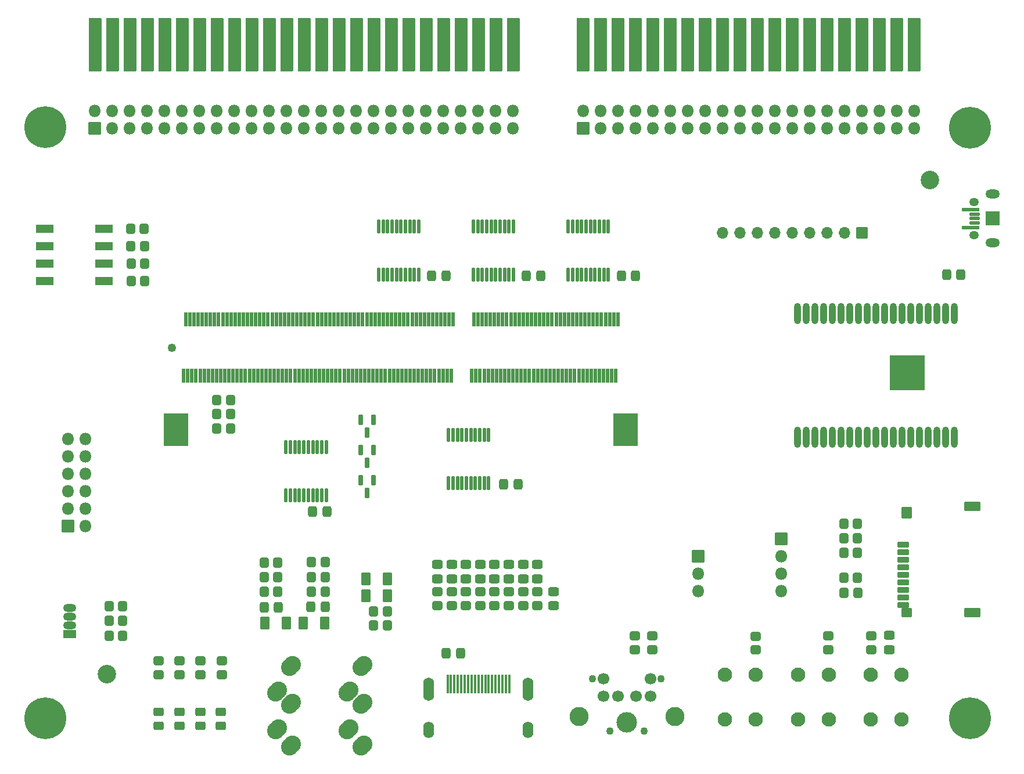
<source format=gbr>
%TF.GenerationSoftware,KiCad,Pcbnew,7.0.10*%
%TF.CreationDate,2024-06-25T20:32:39-07:00*%
%TF.ProjectId,TRS-IO++,5452532d-494f-42b2-9b2e-6b696361645f,rev?*%
%TF.SameCoordinates,Original*%
%TF.FileFunction,Soldermask,Top*%
%TF.FilePolarity,Negative*%
%FSLAX46Y46*%
G04 Gerber Fmt 4.6, Leading zero omitted, Abs format (unit mm)*
G04 Created by KiCad (PCBNEW 7.0.10) date 2024-06-25 20:32:39*
%MOMM*%
%LPD*%
G01*
G04 APERTURE LIST*
G04 Aperture macros list*
%AMRoundRect*
0 Rectangle with rounded corners*
0 $1 Rounding radius*
0 $2 $3 $4 $5 $6 $7 $8 $9 X,Y pos of 4 corners*
0 Add a 4 corners polygon primitive as box body*
4,1,4,$2,$3,$4,$5,$6,$7,$8,$9,$2,$3,0*
0 Add four circle primitives for the rounded corners*
1,1,$1+$1,$2,$3*
1,1,$1+$1,$4,$5*
1,1,$1+$1,$6,$7*
1,1,$1+$1,$8,$9*
0 Add four rect primitives between the rounded corners*
20,1,$1+$1,$2,$3,$4,$5,0*
20,1,$1+$1,$4,$5,$6,$7,0*
20,1,$1+$1,$6,$7,$8,$9,0*
20,1,$1+$1,$8,$9,$2,$3,0*%
%AMHorizOval*
0 Thick line with rounded ends*
0 $1 width*
0 $2 $3 position (X,Y) of the first rounded end (center of the circle)*
0 $4 $5 position (X,Y) of the second rounded end (center of the circle)*
0 Add line between two ends*
20,1,$1,$2,$3,$4,$5,0*
0 Add two circle primitives to create the rounded ends*
1,1,$1,$2,$3*
1,1,$1,$4,$5*%
G04 Aperture macros list end*
%ADD10C,2.100000*%
%ADD11RoundRect,0.270833X0.379167X0.479167X-0.379167X0.479167X-0.379167X-0.479167X0.379167X-0.479167X0*%
%ADD12RoundRect,0.270833X-0.479167X0.379167X-0.479167X-0.379167X0.479167X-0.379167X0.479167X0.379167X0*%
%ADD13RoundRect,0.270833X0.479167X-0.379167X0.479167X0.379167X-0.479167X0.379167X-0.479167X-0.379167X0*%
%ADD14RoundRect,0.050000X-1.220000X-0.560000X1.220000X-0.560000X1.220000X0.560000X-1.220000X0.560000X0*%
%ADD15RoundRect,0.270833X-0.379167X-0.479167X0.379167X-0.479167X0.379167X0.479167X-0.379167X0.479167X0*%
%ADD16RoundRect,0.271739X0.478261X-0.353261X0.478261X0.353261X-0.478261X0.353261X-0.478261X-0.353261X0*%
%ADD17RoundRect,0.271277X-0.366223X-0.503723X0.366223X-0.503723X0.366223X0.503723X-0.366223X0.503723X0*%
%ADD18RoundRect,0.271277X0.366223X0.503723X-0.366223X0.503723X-0.366223X-0.503723X0.366223X-0.503723X0*%
%ADD19C,2.700000*%
%ADD20C,0.900000*%
%ADD21C,6.100000*%
%ADD22RoundRect,0.268868X0.443632X0.681132X-0.443632X0.681132X-0.443632X-0.681132X0.443632X-0.681132X0*%
%ADD23RoundRect,0.271277X-0.503723X0.366223X-0.503723X-0.366223X0.503723X-0.366223X0.503723X0.366223X0*%
%ADD24RoundRect,0.050000X0.850000X-0.850000X0.850000X0.850000X-0.850000X0.850000X-0.850000X-0.850000X0*%
%ADD25O,1.800000X1.800000*%
%ADD26HorizOval,2.500000X-0.212132X-0.212132X0.212132X0.212132X0*%
%ADD27RoundRect,0.175000X-0.175000X0.612500X-0.175000X-0.612500X0.175000X-0.612500X0.175000X0.612500X0*%
%ADD28RoundRect,0.050000X-0.140000X1.300000X-0.140000X-1.300000X0.140000X-1.300000X0.140000X1.300000X0*%
%ADD29O,1.600000X3.400000*%
%ADD30O,1.600000X2.400000*%
%ADD31RoundRect,0.050000X0.800000X-0.350000X0.800000X0.350000X-0.800000X0.350000X-0.800000X-0.350000X0*%
%ADD32RoundRect,0.050000X0.700000X-0.800000X0.700000X0.800000X-0.700000X0.800000X-0.700000X-0.800000X0*%
%ADD33RoundRect,0.050000X1.100000X-0.600000X1.100000X0.600000X-1.100000X0.600000X-1.100000X-0.600000X0*%
%ADD34RoundRect,0.050000X0.700000X-0.600000X0.700000X0.600000X-0.700000X0.600000X-0.700000X-0.600000X0*%
%ADD35RoundRect,0.050000X-0.850000X-0.850000X0.850000X-0.850000X0.850000X0.850000X-0.850000X0.850000X0*%
%ADD36RoundRect,0.050000X0.850000X0.850000X-0.850000X0.850000X-0.850000X-0.850000X0.850000X-0.850000X0*%
%ADD37RoundRect,0.125000X-0.125000X0.875000X-0.125000X-0.875000X0.125000X-0.875000X0.125000X0.875000X0*%
%ADD38O,1.000000X3.100000*%
%ADD39RoundRect,0.050000X-2.500000X2.500000X-2.500000X-2.500000X2.500000X-2.500000X2.500000X2.500000X0*%
%ADD40RoundRect,0.271277X0.503723X-0.366223X0.503723X0.366223X-0.503723X0.366223X-0.503723X-0.366223X0*%
%ADD41O,2.100000X1.300000*%
%ADD42O,1.400000X1.200000*%
%ADD43RoundRect,0.050000X1.000000X-1.000000X1.000000X1.000000X-1.000000X1.000000X-1.000000X-1.000000X0*%
%ADD44RoundRect,0.050000X1.250000X-0.200000X1.250000X0.200000X-1.250000X0.200000X-1.250000X-0.200000X0*%
%ADD45RoundRect,0.050000X0.675000X-0.200000X0.675000X0.200000X-0.675000X0.200000X-0.675000X-0.200000X0*%
%ADD46RoundRect,0.050000X0.800000X0.800000X-0.800000X0.800000X-0.800000X-0.800000X0.800000X-0.800000X0*%
%ADD47O,1.700000X1.700000*%
%ADD48RoundRect,0.268868X-0.443632X-0.681132X0.443632X-0.681132X0.443632X0.681132X-0.443632X0.681132X0*%
%ADD49RoundRect,0.050000X0.889000X3.810000X-0.889000X3.810000X-0.889000X-3.810000X0.889000X-3.810000X0*%
%ADD50RoundRect,0.050000X-0.889000X-3.810000X0.889000X-3.810000X0.889000X3.810000X-0.889000X3.810000X0*%
%ADD51RoundRect,0.050000X0.900000X-0.535000X0.900000X0.535000X-0.900000X0.535000X-0.900000X-0.535000X0*%
%ADD52O,1.900000X1.170000*%
%ADD53C,1.700000*%
%ADD54C,1.100000*%
%ADD55C,3.000000*%
%ADD56C,2.800000*%
%ADD57C,1.250000*%
%ADD58RoundRect,0.050000X-0.175000X-1.000000X0.175000X-1.000000X0.175000X1.000000X-0.175000X1.000000X0*%
%ADD59RoundRect,0.050000X-1.750000X2.300000X-1.750000X-2.300000X1.750000X-2.300000X1.750000X2.300000X0*%
G04 APERTURE END LIST*
D10*
%TO.C,SW4*%
X165100000Y-141629200D03*
X165100000Y-135129200D03*
X169600000Y-141629200D03*
X169600000Y-135129200D03*
%TD*%
D11*
%TO.C,R33*%
X80435500Y-70104000D03*
X78435500Y-70104000D03*
%TD*%
D12*
%TO.C,R39*%
X88662232Y-133112000D03*
X88662232Y-135112000D03*
%TD*%
D13*
%TO.C,R8*%
X129413000Y-125023800D03*
X129413000Y-123023800D03*
%TD*%
D12*
%TO.C,R40*%
X91723300Y-133112000D03*
X91723300Y-135112000D03*
%TD*%
D14*
%TO.C,SW3*%
X65935700Y-70104000D03*
X65935700Y-72644000D03*
X65935700Y-75184000D03*
X65935700Y-77724000D03*
X74545700Y-77724000D03*
X74545700Y-75184000D03*
X74545700Y-72644000D03*
X74545700Y-70104000D03*
%TD*%
D15*
%TO.C,R29*%
X90998800Y-95046800D03*
X92998800Y-95046800D03*
%TD*%
D16*
%TO.C,D3*%
X85570866Y-142569800D03*
X85570866Y-140519800D03*
%TD*%
D17*
%TO.C,C13*%
X97920900Y-125272800D03*
X99995900Y-125272800D03*
%TD*%
D18*
%TO.C,C16*%
X134919850Y-107340400D03*
X132844850Y-107340400D03*
%TD*%
D13*
%TO.C,R10*%
X125247400Y-125023800D03*
X125247400Y-123023800D03*
%TD*%
D11*
%TO.C,R35*%
X80537100Y-75184000D03*
X78537100Y-75184000D03*
%TD*%
D16*
%TO.C,D2*%
X82539800Y-142569800D03*
X82539800Y-140519800D03*
%TD*%
D13*
%TO.C,R7*%
X131495800Y-125023800D03*
X131495800Y-123023800D03*
%TD*%
D12*
%TO.C,R14*%
X169570400Y-129505200D03*
X169570400Y-131505200D03*
%TD*%
D19*
%TO.C,H5*%
X75000000Y-135000000D03*
%TD*%
D20*
%TO.C,H3*%
X198546700Y-141478000D03*
X199205710Y-139887010D03*
X199205710Y-143068990D03*
X200796700Y-139228000D03*
D21*
X200796700Y-141478000D03*
D20*
X200796700Y-143728000D03*
X202387690Y-139887010D03*
X202387690Y-143068990D03*
X203046700Y-141478000D03*
%TD*%
D15*
%TO.C,R16*%
X182423100Y-120967500D03*
X184423100Y-120967500D03*
%TD*%
D22*
%TO.C,C12*%
X115876699Y-121167999D03*
X112751699Y-121167999D03*
%TD*%
D23*
%TO.C,C6*%
X127330200Y-119049300D03*
X127330200Y-121124300D03*
%TD*%
D11*
%TO.C,R34*%
X80486300Y-72644000D03*
X78486300Y-72644000D03*
%TD*%
%TO.C,R2*%
X77301600Y-125120400D03*
X75301600Y-125120400D03*
%TD*%
D23*
%TO.C,C4*%
X131495800Y-119049300D03*
X131495800Y-121124300D03*
%TD*%
D13*
%TO.C,R31*%
X154533600Y-131462400D03*
X154533600Y-129462400D03*
%TD*%
D23*
%TO.C,C3*%
X133578600Y-119049300D03*
X133578600Y-121124300D03*
%TD*%
%TO.C,C7*%
X125247400Y-119049300D03*
X125247400Y-121124300D03*
%TD*%
D20*
%TO.C,H2*%
X198546700Y-55321200D03*
X199205710Y-53730210D03*
X199205710Y-56912190D03*
X200796700Y-53071200D03*
D21*
X200796700Y-55321200D03*
D20*
X200796700Y-57571200D03*
X202387690Y-53730210D03*
X202387690Y-56912190D03*
X203046700Y-55321200D03*
%TD*%
D15*
%TO.C,R25*%
X104816400Y-120889800D03*
X106816400Y-120889800D03*
%TD*%
D11*
%TO.C,R27*%
X106816400Y-122986800D03*
X104816400Y-122986800D03*
%TD*%
D23*
%TO.C,C1*%
X137744200Y-119049300D03*
X137744200Y-121124300D03*
%TD*%
D10*
%TO.C,SW2*%
X175727350Y-141629200D03*
X175727350Y-135129200D03*
X180227350Y-141629200D03*
X180227350Y-135129200D03*
%TD*%
D24*
%TO.C,J2*%
X144413700Y-55422800D03*
D25*
X144413700Y-52882800D03*
X146953700Y-55422800D03*
X146953700Y-52882800D03*
X149493700Y-55422800D03*
X149493700Y-52882800D03*
X152033700Y-55422800D03*
X152033700Y-52882800D03*
X154573700Y-55422800D03*
X154573700Y-52882800D03*
X157113700Y-55422800D03*
X157113700Y-52882800D03*
X159653700Y-55422800D03*
X159653700Y-52882800D03*
X162193700Y-55422800D03*
X162193700Y-52882800D03*
X164733700Y-55422800D03*
X164733700Y-52882800D03*
X167273700Y-55422800D03*
X167273700Y-52882800D03*
X169813700Y-55422800D03*
X169813700Y-52882800D03*
X172353700Y-55422800D03*
X172353700Y-52882800D03*
X174893700Y-55422800D03*
X174893700Y-52882800D03*
X177433700Y-55422800D03*
X177433700Y-52882800D03*
X179973700Y-55422800D03*
X179973700Y-52882800D03*
X182513700Y-55422800D03*
X182513700Y-52882800D03*
X185053700Y-55422800D03*
X185053700Y-52882800D03*
X187593700Y-55422800D03*
X187593700Y-52882800D03*
X190133700Y-55422800D03*
X190133700Y-52882800D03*
X192673700Y-55422800D03*
X192673700Y-52882800D03*
%TD*%
D26*
%TO.C,J10*%
X110217200Y-137540400D03*
X112217200Y-139340400D03*
X112217200Y-145440400D03*
X110217200Y-143040400D03*
X112217200Y-133840400D03*
%TD*%
D18*
%TO.C,C19*%
X124415000Y-76962000D03*
X122340000Y-76962000D03*
%TD*%
D23*
%TO.C,C8*%
X123164600Y-119049300D03*
X123164600Y-121124300D03*
%TD*%
D17*
%TO.C,C23*%
X124463900Y-131961300D03*
X126538900Y-131961300D03*
%TD*%
D27*
%TO.C,Q3*%
X113878400Y-97919300D03*
X111978400Y-97919300D03*
X112928400Y-99794300D03*
%TD*%
D28*
%TO.C,J7*%
X133659000Y-136468600D03*
X133159000Y-136468600D03*
X132659000Y-136468600D03*
X132159000Y-136468600D03*
X131659000Y-136468600D03*
X131159000Y-136468600D03*
X130659000Y-136468600D03*
X130159000Y-136468600D03*
X129659000Y-136468600D03*
X129159000Y-136468600D03*
X128659000Y-136468600D03*
X128159000Y-136468600D03*
X127659000Y-136468600D03*
X127159000Y-136468600D03*
X126659000Y-136468600D03*
X126159000Y-136468600D03*
X125659000Y-136468600D03*
X125159000Y-136468600D03*
X124659000Y-136468600D03*
D29*
X136409000Y-137228600D03*
X121909000Y-137228600D03*
D30*
X136409000Y-143188600D03*
X121909000Y-143188600D03*
%TD*%
D11*
%TO.C,R20*%
X99907600Y-120904000D03*
X97907600Y-120904000D03*
%TD*%
D31*
%TO.C,J9*%
X191070000Y-116113200D03*
X191070000Y-117213200D03*
X191070000Y-118313200D03*
X191070000Y-119413200D03*
X191070000Y-120513200D03*
X191070000Y-121613200D03*
X191070000Y-122713200D03*
X191070000Y-123813200D03*
X191070000Y-124913200D03*
D32*
X191570000Y-111463200D03*
D33*
X201170000Y-110563200D03*
X201170000Y-126063200D03*
D34*
X191570000Y-126063200D03*
%TD*%
D23*
%TO.C,C9*%
X189026800Y-129366100D03*
X189026800Y-131441100D03*
%TD*%
D11*
%TO.C,R36*%
X80537100Y-77724000D03*
X78537100Y-77724000D03*
%TD*%
D35*
%TO.C,J8*%
X173255166Y-115265199D03*
D25*
X173255166Y-117805199D03*
X173255166Y-120345199D03*
X173255166Y-122885199D03*
%TD*%
D15*
%TO.C,R17*%
X182423100Y-115214400D03*
X184423100Y-115214400D03*
%TD*%
%TO.C,R26*%
X90998800Y-99212400D03*
X92998800Y-99212400D03*
%TD*%
D27*
%TO.C,Q4*%
X113878400Y-102338900D03*
X111978400Y-102338900D03*
X112928400Y-104213900D03*
%TD*%
D10*
%TO.C,SW1*%
X186354700Y-141629200D03*
X186354700Y-135129200D03*
X190854700Y-141629200D03*
X190854700Y-135129200D03*
%TD*%
D13*
%TO.C,R32*%
X151993600Y-131462400D03*
X151993600Y-129462400D03*
%TD*%
D36*
%TO.C,J5*%
X69322000Y-113411400D03*
D25*
X71862000Y-113411400D03*
X69322000Y-110871400D03*
X71862000Y-110871400D03*
X69322000Y-108331400D03*
X71862000Y-108331400D03*
X69322000Y-105791400D03*
X71862000Y-105791400D03*
X69322000Y-103251400D03*
X71862000Y-103251400D03*
X69322000Y-100711400D03*
X71862000Y-100711400D03*
%TD*%
D15*
%TO.C,R18*%
X182423100Y-113080800D03*
X184423100Y-113080800D03*
%TD*%
%TO.C,R19*%
X182438800Y-123139200D03*
X184438800Y-123139200D03*
%TD*%
D11*
%TO.C,R1*%
X77301600Y-129438400D03*
X75301600Y-129438400D03*
%TD*%
D37*
%TO.C,U3*%
X148095700Y-69753600D03*
X147445700Y-69753600D03*
X146795700Y-69753600D03*
X146145700Y-69753600D03*
X145495700Y-69753600D03*
X144845700Y-69753600D03*
X144195700Y-69753600D03*
X143545700Y-69753600D03*
X142895700Y-69753600D03*
X142245700Y-69753600D03*
X142245700Y-76753600D03*
X142895700Y-76753600D03*
X143545700Y-76753600D03*
X144195700Y-76753600D03*
X144845700Y-76753600D03*
X145495700Y-76753600D03*
X146145700Y-76753600D03*
X146795700Y-76753600D03*
X147445700Y-76753600D03*
X148095700Y-76753600D03*
%TD*%
D26*
%TO.C,J6*%
X99803200Y-137540400D03*
X101803200Y-139340400D03*
X101803200Y-145440400D03*
X99803200Y-143040400D03*
X101803200Y-133840400D03*
%TD*%
D16*
%TO.C,D4*%
X88601932Y-142569800D03*
X88601932Y-140519800D03*
%TD*%
D37*
%TO.C,U4*%
X130660550Y-100132000D03*
X130010550Y-100132000D03*
X129360550Y-100132000D03*
X128710550Y-100132000D03*
X128060550Y-100132000D03*
X127410550Y-100132000D03*
X126760550Y-100132000D03*
X126110550Y-100132000D03*
X125460550Y-100132000D03*
X124810550Y-100132000D03*
X124810550Y-107132000D03*
X125460550Y-107132000D03*
X126110550Y-107132000D03*
X126760550Y-107132000D03*
X127410550Y-107132000D03*
X128060550Y-107132000D03*
X128710550Y-107132000D03*
X129360550Y-107132000D03*
X130010550Y-107132000D03*
X130660550Y-107132000D03*
%TD*%
D38*
%TO.C,U1*%
X198565900Y-82490800D03*
X197295900Y-82490800D03*
X196025900Y-82490800D03*
X194755900Y-82490800D03*
X193485900Y-82490800D03*
X192215900Y-82490800D03*
X190945900Y-82490800D03*
X189675900Y-82490800D03*
X188405900Y-82490800D03*
X187135900Y-82490800D03*
X185865900Y-82490800D03*
X184595900Y-82490800D03*
X183325900Y-82490800D03*
X182055900Y-82490800D03*
X180755900Y-82490800D03*
X179485900Y-82490800D03*
X178215900Y-82490800D03*
X176945900Y-82490800D03*
X175675900Y-82490800D03*
X175675900Y-100490800D03*
X176945900Y-100490800D03*
X178215900Y-100490800D03*
X179485900Y-100490800D03*
X180755900Y-100490800D03*
X182055900Y-100520800D03*
X183325900Y-100520800D03*
X184595900Y-100520800D03*
X185865900Y-100520800D03*
X187135900Y-100520800D03*
X188405900Y-100520800D03*
X189675900Y-100520800D03*
X190945900Y-100520800D03*
X192215900Y-100520800D03*
X193485900Y-100520800D03*
X194755900Y-100520800D03*
X196025900Y-100520800D03*
X197295900Y-100520800D03*
X198565900Y-100520800D03*
D20*
X193655900Y-89090800D03*
X192655900Y-89090800D03*
X191655900Y-89090800D03*
X190655900Y-89090800D03*
X189655900Y-89090800D03*
X193655900Y-90090800D03*
X192655900Y-90090800D03*
X191655900Y-90090800D03*
X190655900Y-90090800D03*
X189655900Y-90090800D03*
X193655900Y-91090800D03*
X192655900Y-91090800D03*
X191655900Y-91090800D03*
D39*
X191645900Y-91090800D03*
D20*
X190655900Y-91090800D03*
X189655900Y-91090800D03*
X193655900Y-92090800D03*
X192655900Y-92090800D03*
X191655900Y-92090800D03*
X190655900Y-92090800D03*
X189655900Y-92090800D03*
X193655900Y-93090800D03*
X192655900Y-93090800D03*
X191655900Y-93090800D03*
X190655900Y-93090800D03*
X189655900Y-93090800D03*
%TD*%
D40*
%TO.C,C21*%
X140106400Y-125061300D03*
X140106400Y-122986300D03*
%TD*%
D12*
%TO.C,R30*%
X180171900Y-129454400D03*
X180171900Y-131454400D03*
%TD*%
D20*
%TO.C,H1*%
X63774300Y-55270400D03*
X64433310Y-53679410D03*
X64433310Y-56861390D03*
X66024300Y-53020400D03*
D21*
X66024300Y-55270400D03*
D20*
X66024300Y-57520400D03*
X67615290Y-53679410D03*
X67615290Y-56861390D03*
X68274300Y-55270400D03*
%TD*%
D15*
%TO.C,R13*%
X97907600Y-118770400D03*
X99907600Y-118770400D03*
%TD*%
D27*
%TO.C,Q5*%
X113878400Y-106758500D03*
X111978400Y-106758500D03*
X112928400Y-108633500D03*
%TD*%
D23*
%TO.C,C5*%
X129413000Y-119049300D03*
X129413000Y-121124300D03*
%TD*%
D12*
%TO.C,R12*%
X186436000Y-129454400D03*
X186436000Y-131454400D03*
%TD*%
D11*
%TO.C,R22*%
X115874800Y-125841599D03*
X113874800Y-125841599D03*
%TD*%
D18*
%TO.C,C15*%
X106803100Y-125222000D03*
X104728100Y-125222000D03*
%TD*%
D41*
%TO.C,J12*%
X204124000Y-72155000D03*
D42*
X201374000Y-71005000D03*
D43*
X204124000Y-68580000D03*
D42*
X201374000Y-66155000D03*
D41*
X204124000Y-65005000D03*
D44*
X200872800Y-69880000D03*
D45*
X201449000Y-69230000D03*
X201449000Y-68580000D03*
X201449000Y-67930000D03*
D44*
X200872800Y-67280000D03*
%TD*%
D18*
%TO.C,C11*%
X152050200Y-76962000D03*
X149975200Y-76962000D03*
%TD*%
D15*
%TO.C,R28*%
X90998800Y-97129600D03*
X92998800Y-97129600D03*
%TD*%
D46*
%TO.C,RN1*%
X185028600Y-70713600D03*
D47*
X182488600Y-70713600D03*
X179948600Y-70713600D03*
X177408600Y-70713600D03*
X174868600Y-70713600D03*
X172328600Y-70713600D03*
X169788600Y-70713600D03*
X167248600Y-70713600D03*
X164708600Y-70713600D03*
%TD*%
D48*
%TO.C,C20*%
X103644300Y-127609600D03*
X106769300Y-127609600D03*
%TD*%
D13*
%TO.C,R4*%
X137744200Y-125023800D03*
X137744200Y-123023800D03*
%TD*%
D18*
%TO.C,C24*%
X199497400Y-76758800D03*
X197422400Y-76758800D03*
%TD*%
D12*
%TO.C,R38*%
X85601166Y-133112000D03*
X85601166Y-135112000D03*
%TD*%
D49*
%TO.C,J4*%
X144408700Y-43281600D03*
X146948700Y-43281600D03*
X149488700Y-43281600D03*
X152028700Y-43281600D03*
X154568700Y-43281600D03*
X157108700Y-43281600D03*
X159648700Y-43281600D03*
X162188700Y-43281600D03*
X164728700Y-43281600D03*
X167268700Y-43281600D03*
X169808700Y-43281600D03*
X172348700Y-43281600D03*
X174888700Y-43281600D03*
X177428700Y-43281600D03*
X179968700Y-43281600D03*
X182508700Y-43281600D03*
X185048700Y-43281600D03*
X187588700Y-43281600D03*
X190128700Y-43281600D03*
X192668700Y-43281600D03*
%TD*%
D50*
%TO.C,J3*%
X73263300Y-43281600D03*
X75803300Y-43281600D03*
X78343300Y-43281600D03*
X80883300Y-43281600D03*
X83423300Y-43281600D03*
X85963300Y-43281600D03*
X88503300Y-43281600D03*
X91043300Y-43281600D03*
X93583300Y-43281600D03*
X96123300Y-43281600D03*
X98663300Y-43281600D03*
X101203300Y-43281600D03*
X103743300Y-43281600D03*
X106283300Y-43281600D03*
X108823300Y-43281600D03*
X111363300Y-43281600D03*
X113903300Y-43281600D03*
X116443300Y-43281600D03*
X118983300Y-43281600D03*
X121523300Y-43281600D03*
X124063300Y-43281600D03*
X126603300Y-43281600D03*
X129143300Y-43281600D03*
X131683300Y-43281600D03*
X134223300Y-43281600D03*
%TD*%
D15*
%TO.C,R23*%
X97907600Y-123037600D03*
X99907600Y-123037600D03*
%TD*%
D37*
%TO.C,U2*%
X134278100Y-69753600D03*
X133628100Y-69753600D03*
X132978100Y-69753600D03*
X132328100Y-69753600D03*
X131678100Y-69753600D03*
X131028100Y-69753600D03*
X130378100Y-69753600D03*
X129728100Y-69753600D03*
X129078100Y-69753600D03*
X128428100Y-69753600D03*
X128428100Y-76753600D03*
X129078100Y-76753600D03*
X129728100Y-76753600D03*
X130378100Y-76753600D03*
X131028100Y-76753600D03*
X131678100Y-76753600D03*
X132328100Y-76753600D03*
X132978100Y-76753600D03*
X133628100Y-76753600D03*
X134278100Y-76753600D03*
%TD*%
D23*
%TO.C,C2*%
X135661400Y-119049300D03*
X135661400Y-121124300D03*
%TD*%
D51*
%TO.C,D1*%
X69543200Y-129156000D03*
D52*
X69543200Y-127886000D03*
X69543200Y-126616000D03*
X69543200Y-125346000D03*
%TD*%
D53*
%TO.C,J11*%
X152109500Y-138232700D03*
X149509500Y-138232700D03*
X154209500Y-138232700D03*
X147409500Y-138232700D03*
X154209500Y-135732700D03*
X147409500Y-135732700D03*
D54*
X153309500Y-143332700D03*
X148309500Y-143332700D03*
X155809500Y-135732700D03*
X145809500Y-135732700D03*
D55*
X150809500Y-142032700D03*
D56*
X157809500Y-141232700D03*
X143809500Y-141232700D03*
%TD*%
D57*
%TO.C,Conn1*%
X84440300Y-87422900D03*
D58*
X149490300Y-83322900D03*
X149190300Y-91522900D03*
X148890300Y-83322900D03*
X148590300Y-91522900D03*
X148290300Y-83322900D03*
X147990300Y-91522900D03*
X147690300Y-83322900D03*
X147390300Y-91522900D03*
X147090300Y-83322900D03*
X146790300Y-91522900D03*
X146490300Y-83322900D03*
X146190300Y-91522900D03*
X145890300Y-83322900D03*
X145590300Y-91522900D03*
X145290300Y-83322900D03*
X144990300Y-91522900D03*
X144690300Y-83322900D03*
X144390300Y-91522900D03*
X144090300Y-83322900D03*
X143790300Y-91522900D03*
X143490300Y-83322900D03*
X143190300Y-91522900D03*
X142890300Y-83322900D03*
X142590300Y-91522900D03*
X142290300Y-83322900D03*
X141990300Y-91522900D03*
X141690300Y-83322900D03*
X141390300Y-91522900D03*
X141090300Y-83322900D03*
X140790300Y-91522900D03*
X140490300Y-83322900D03*
X140190300Y-91522900D03*
X139890300Y-83322900D03*
X139590300Y-91522900D03*
X139290300Y-83322900D03*
X138990300Y-91522900D03*
X138690300Y-83322900D03*
X138390300Y-91522900D03*
X138090300Y-83322900D03*
X137790300Y-91522900D03*
X137490300Y-83322900D03*
X137190300Y-91522900D03*
X136890300Y-83322900D03*
X136590300Y-91522900D03*
X136290300Y-83322900D03*
X135990300Y-91522900D03*
X135690300Y-83322900D03*
X135390300Y-91522900D03*
X135090300Y-83322900D03*
X134790300Y-91522900D03*
X134490300Y-83322900D03*
X134190300Y-91522900D03*
X133890300Y-83322900D03*
X133590300Y-91522900D03*
X133290300Y-83322900D03*
X132990300Y-91522900D03*
X132690300Y-83322900D03*
X132390300Y-91522900D03*
X132090300Y-83322900D03*
X131790300Y-91522900D03*
X131490300Y-83322900D03*
X131190300Y-91522900D03*
X130890300Y-83322900D03*
X130590300Y-91522900D03*
X130290300Y-83322900D03*
X129990300Y-91522900D03*
X129690300Y-83322900D03*
X129390300Y-91522900D03*
X129090300Y-83322900D03*
X128790300Y-91522900D03*
X128490300Y-83322900D03*
X128190300Y-91522900D03*
X125490300Y-83322900D03*
X125190300Y-91522900D03*
X124890300Y-83322900D03*
X124590300Y-91522900D03*
X124290300Y-83322900D03*
X123990300Y-91522900D03*
X123690300Y-83322900D03*
X123390300Y-91522900D03*
X123090300Y-83322900D03*
X122790300Y-91522900D03*
X122490300Y-83322900D03*
X122190300Y-91522900D03*
X121890300Y-83322900D03*
X121590300Y-91522900D03*
X121290300Y-83322900D03*
X120990300Y-91522900D03*
X120690300Y-83322900D03*
X120390300Y-91522900D03*
X120090300Y-83322900D03*
X119790300Y-91522900D03*
X119490300Y-83322900D03*
X119190300Y-91522900D03*
X118890300Y-83322900D03*
X118590300Y-91522900D03*
X118290300Y-83322900D03*
X117990300Y-91522900D03*
X117690300Y-83322900D03*
X117390300Y-91522900D03*
X117090300Y-83322900D03*
X116790300Y-91522900D03*
X116490300Y-83322900D03*
X116190300Y-91522900D03*
X115890300Y-83322900D03*
X115590300Y-91522900D03*
X115290300Y-83322900D03*
X114990300Y-91522900D03*
X114690300Y-83322900D03*
X114390300Y-91522900D03*
X114090300Y-83322900D03*
X113790300Y-91522900D03*
X113490300Y-83322900D03*
X113190300Y-91522900D03*
X112890300Y-83322900D03*
X112590300Y-91522900D03*
X112290300Y-83322900D03*
X111990300Y-91522900D03*
X111690300Y-83322900D03*
X111390300Y-91522900D03*
X111090300Y-83322900D03*
X110790300Y-91522900D03*
X110490300Y-83322900D03*
X110190300Y-91522900D03*
X109890300Y-83322900D03*
X109590300Y-91522900D03*
X109290300Y-83322900D03*
X108990300Y-91522900D03*
X108690300Y-83322900D03*
X108390300Y-91522900D03*
X108090300Y-83322900D03*
X107790300Y-91522900D03*
X107490300Y-83322900D03*
X107190300Y-91522900D03*
X106890300Y-83322900D03*
X106590300Y-91522900D03*
X106290300Y-83322900D03*
X105990300Y-91522900D03*
X105690300Y-83322900D03*
X105390300Y-91522900D03*
X105090300Y-83322900D03*
X104790300Y-91522900D03*
X104490300Y-83322900D03*
X104190300Y-91522900D03*
X103890300Y-83322900D03*
X103590300Y-91522900D03*
X103290300Y-83322900D03*
X102990300Y-91522900D03*
X102690300Y-83322900D03*
X102390300Y-91522900D03*
X102090300Y-83322900D03*
X101790300Y-91522900D03*
X101490300Y-83322900D03*
X101190300Y-91522900D03*
X100890300Y-83322900D03*
X100590300Y-91522900D03*
X100290300Y-83322900D03*
X99990300Y-91522900D03*
X99690300Y-83322900D03*
X99390300Y-91522900D03*
X99090300Y-83322900D03*
X98790300Y-91522900D03*
X98490300Y-83322900D03*
X98190300Y-91522900D03*
X97890300Y-83322900D03*
X97590300Y-91522900D03*
X97290300Y-83322900D03*
X96990300Y-91522900D03*
X96690300Y-83322900D03*
X96390300Y-91522900D03*
X96090300Y-83322900D03*
X95790300Y-91522900D03*
X95490300Y-83322900D03*
X95190300Y-91522900D03*
X94890300Y-83322900D03*
X94590300Y-91522900D03*
X94290300Y-83322900D03*
X93990300Y-91522900D03*
X93690300Y-83322900D03*
X93390300Y-91522900D03*
X93090300Y-83322900D03*
X92790300Y-91522900D03*
X92490300Y-83322900D03*
X92190300Y-91522900D03*
X91890300Y-83322900D03*
X91590300Y-91522900D03*
X91290300Y-83322900D03*
X90990300Y-91522900D03*
X90690300Y-83322900D03*
X90390300Y-91522900D03*
X90090300Y-83322900D03*
X89790300Y-91522900D03*
X89490300Y-83322900D03*
X89190300Y-91522900D03*
X88890300Y-83322900D03*
X88590300Y-91522900D03*
X88290300Y-83322900D03*
X87990300Y-91522900D03*
X87690300Y-83322900D03*
X87390300Y-91522900D03*
X87090300Y-83322900D03*
X86790300Y-91522900D03*
X86490300Y-83322900D03*
X86190300Y-91522900D03*
D59*
X150640300Y-99422900D03*
X85040300Y-99422900D03*
%TD*%
D12*
%TO.C,R37*%
X82540100Y-133112000D03*
X82540100Y-135112000D03*
%TD*%
D13*
%TO.C,R5*%
X135661400Y-125023800D03*
X135661400Y-123023800D03*
%TD*%
D11*
%TO.C,R24*%
X106816400Y-118719600D03*
X104816400Y-118719600D03*
%TD*%
D22*
%TO.C,C17*%
X101130500Y-127609600D03*
X98005500Y-127609600D03*
%TD*%
D11*
%TO.C,R3*%
X77301600Y-127254000D03*
X75301600Y-127254000D03*
%TD*%
D24*
%TO.C,J1*%
X73237900Y-55422800D03*
D25*
X73237900Y-52882800D03*
X75777900Y-55422800D03*
X75777900Y-52882800D03*
X78317900Y-55422800D03*
X78317900Y-52882800D03*
X80857900Y-55422800D03*
X80857900Y-52882800D03*
X83397900Y-55422800D03*
X83397900Y-52882800D03*
X85937900Y-55422800D03*
X85937900Y-52882800D03*
X88477900Y-55422800D03*
X88477900Y-52882800D03*
X91017900Y-55422800D03*
X91017900Y-52882800D03*
X93557900Y-55422800D03*
X93557900Y-52882800D03*
X96097900Y-55422800D03*
X96097900Y-52882800D03*
X98637900Y-55422800D03*
X98637900Y-52882800D03*
X101177900Y-55422800D03*
X101177900Y-52882800D03*
X103717900Y-55422800D03*
X103717900Y-52882800D03*
X106257900Y-55422800D03*
X106257900Y-52882800D03*
X108797900Y-55422800D03*
X108797900Y-52882800D03*
X111337900Y-55422800D03*
X111337900Y-52882800D03*
X113877900Y-55422800D03*
X113877900Y-52882800D03*
X116417900Y-55422800D03*
X116417900Y-52882800D03*
X118957900Y-55422800D03*
X118957900Y-52882800D03*
X121497900Y-55422800D03*
X121497900Y-52882800D03*
X124037900Y-55422800D03*
X124037900Y-52882800D03*
X126577900Y-55422800D03*
X126577900Y-52882800D03*
X129117900Y-55422800D03*
X129117900Y-52882800D03*
X131657900Y-55422800D03*
X131657900Y-52882800D03*
X134197900Y-55422800D03*
X134197900Y-52882800D03*
%TD*%
D19*
%TO.C,H6*%
X195000000Y-63000000D03*
%TD*%
D16*
%TO.C,D5*%
X91633000Y-142569800D03*
X91633000Y-140519800D03*
%TD*%
D13*
%TO.C,R11*%
X123164600Y-125023800D03*
X123164600Y-123023800D03*
%TD*%
%TO.C,R9*%
X127330200Y-125023800D03*
X127330200Y-123023800D03*
%TD*%
D35*
%TO.C,J13*%
X161188400Y-117824915D03*
D25*
X161188400Y-120364915D03*
X161188400Y-122904915D03*
%TD*%
D18*
%TO.C,C18*%
X107057100Y-111302800D03*
X104982100Y-111302800D03*
%TD*%
D37*
%TO.C,U5*%
X106963400Y-101910000D03*
X106313400Y-101910000D03*
X105663400Y-101910000D03*
X105013400Y-101910000D03*
X104363400Y-101910000D03*
X103713400Y-101910000D03*
X103063400Y-101910000D03*
X102413400Y-101910000D03*
X101763400Y-101910000D03*
X101113400Y-101910000D03*
X101113400Y-108910000D03*
X101763400Y-108910000D03*
X102413400Y-108910000D03*
X103063400Y-108910000D03*
X103713400Y-108910000D03*
X104363400Y-108910000D03*
X105013400Y-108910000D03*
X105663400Y-108910000D03*
X106313400Y-108910000D03*
X106963400Y-108910000D03*
%TD*%
D20*
%TO.C,H4*%
X63774300Y-141478000D03*
X64433310Y-139887010D03*
X64433310Y-143068990D03*
X66024300Y-139228000D03*
D21*
X66024300Y-141478000D03*
D20*
X66024300Y-143728000D03*
X67615290Y-139887010D03*
X67615290Y-143068990D03*
X68274300Y-141478000D03*
%TD*%
D18*
%TO.C,C10*%
X138232600Y-76962000D03*
X136157600Y-76962000D03*
%TD*%
D15*
%TO.C,R15*%
X182423100Y-117348000D03*
X184423100Y-117348000D03*
%TD*%
D13*
%TO.C,R6*%
X133578600Y-125023800D03*
X133578600Y-123023800D03*
%TD*%
D15*
%TO.C,R21*%
X113874800Y-127873599D03*
X115874800Y-127873599D03*
%TD*%
D37*
%TO.C,U6*%
X120460500Y-69753600D03*
X119810500Y-69753600D03*
X119160500Y-69753600D03*
X118510500Y-69753600D03*
X117860500Y-69753600D03*
X117210500Y-69753600D03*
X116560500Y-69753600D03*
X115910500Y-69753600D03*
X115260500Y-69753600D03*
X114610500Y-69753600D03*
X114610500Y-76753600D03*
X115260500Y-76753600D03*
X115910500Y-76753600D03*
X116560500Y-76753600D03*
X117210500Y-76753600D03*
X117860500Y-76753600D03*
X118510500Y-76753600D03*
X119160500Y-76753600D03*
X119810500Y-76753600D03*
X120460500Y-76753600D03*
%TD*%
D48*
%TO.C,C14*%
X112751699Y-123606399D03*
X115876699Y-123606399D03*
%TD*%
M02*

</source>
